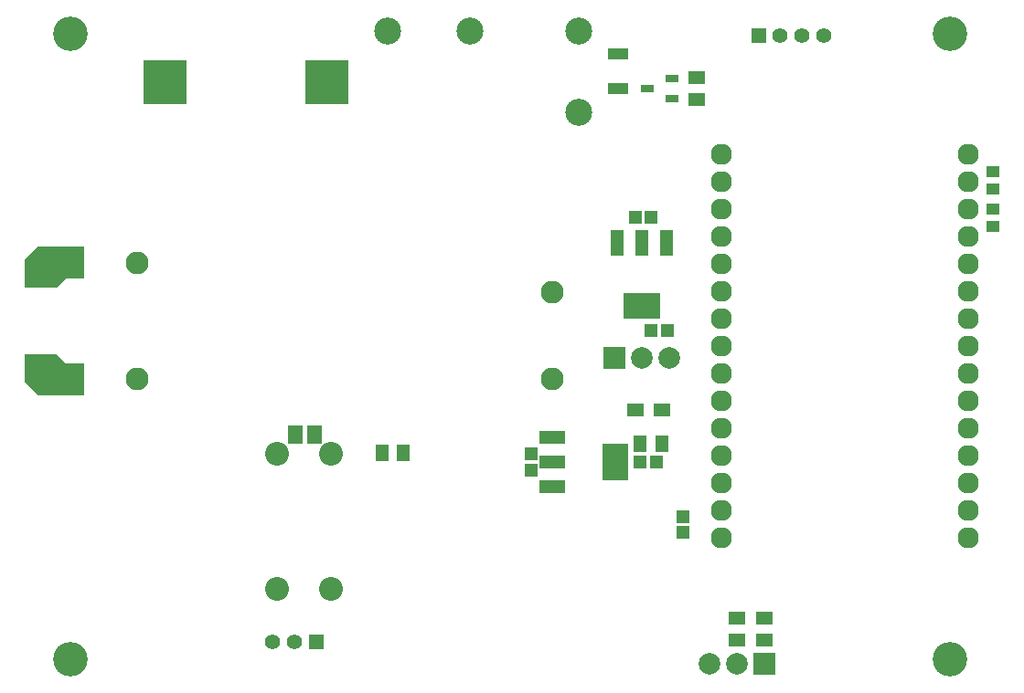
<source format=gts>
G04*
G04 #@! TF.GenerationSoftware,Altium Limited,Altium Designer,19.1.7 (138)*
G04*
G04 Layer_Color=8388736*
%FSLAX44Y44*%
%MOMM*%
G71*
G01*
G75*
%ADD31R,1.2032X2.3532*%
%ADD32R,3.4532X2.3532*%
%ADD33R,1.3532X1.6532*%
%ADD34R,1.1532X1.6032*%
%ADD35R,1.2032X1.2032*%
%ADD36R,1.6032X1.1532*%
%ADD37R,1.2032X1.1032*%
%ADD38R,1.2032X1.2032*%
%ADD39R,2.3532X3.4532*%
%ADD40R,2.3532X1.2032*%
%ADD41R,1.9032X1.1032*%
%ADD42R,1.2032X0.8032*%
%ADD43R,1.5032X1.3032*%
%ADD44R,1.4032X1.4032*%
%ADD45C,1.4032*%
%ADD46C,3.2032*%
%ADD47C,2.2032*%
%ADD48C,2.0032*%
%ADD49R,2.0032X2.0032*%
%ADD50C,1.9562*%
%ADD51C,2.5032*%
%ADD52C,2.1032*%
G36*
X58000Y309500D02*
X75000D01*
X75000Y292500D01*
X75000Y280000D01*
X32500Y280000D01*
X20000Y292500D01*
Y317500D01*
X50000D01*
X58000Y309500D01*
D02*
G37*
G36*
X75000Y417500D02*
X75000Y388000D01*
X58000Y388000D01*
X50000Y380000D01*
X20000D01*
Y405000D01*
X32500Y417500D01*
X75000Y417500D01*
D02*
G37*
G36*
X170000Y590000D02*
X170000Y550000D01*
X130000Y550000D01*
X130000Y590000D01*
X170000Y590000D01*
D02*
G37*
G36*
X320000D02*
X320000Y550000D01*
X280000Y550000D01*
X280000Y590000D01*
X320000Y590000D01*
D02*
G37*
G54D31*
X615000Y421250D02*
D03*
X592000Y421250D02*
D03*
X569000Y421250D02*
D03*
G54D32*
X592000Y362750D02*
D03*
G54D33*
X271000Y243000D02*
D03*
X289000D02*
D03*
G54D34*
X371000Y226000D02*
D03*
X351000D02*
D03*
X590000Y235000D02*
D03*
X610000D02*
D03*
G54D35*
X615500Y340000D02*
D03*
X600500D02*
D03*
X600500Y445000D02*
D03*
X585500D02*
D03*
X605500Y218000D02*
D03*
X590500D02*
D03*
G54D36*
X680000Y73000D02*
D03*
Y53000D02*
D03*
X705000Y73000D02*
D03*
Y53000D02*
D03*
X643000Y554000D02*
D03*
Y574000D02*
D03*
G54D37*
X917000Y471000D02*
D03*
Y487000D02*
D03*
Y436000D02*
D03*
Y452000D02*
D03*
G54D38*
X630000Y167500D02*
D03*
Y152500D02*
D03*
X489000Y225500D02*
D03*
Y210500D02*
D03*
G54D39*
X567250Y218000D02*
D03*
G54D40*
X508750Y195000D02*
D03*
X508750Y218000D02*
D03*
X508750Y241000D02*
D03*
G54D41*
X570000Y596000D02*
D03*
Y564000D02*
D03*
G54D42*
X619500Y554500D02*
D03*
Y573500D02*
D03*
X596570Y564000D02*
D03*
G54D43*
X610000Y266000D02*
D03*
X586000D02*
D03*
G54D44*
X290000Y51000D02*
D03*
X700000Y613000D02*
D03*
G54D45*
X270000Y51000D02*
D03*
X250000D02*
D03*
X740000Y613000D02*
D03*
X720000D02*
D03*
X760000D02*
D03*
G54D46*
X300000Y570000D02*
D03*
X150000D02*
D03*
X40000Y300000D02*
D03*
Y400000D02*
D03*
X877500Y615000D02*
D03*
Y35000D02*
D03*
X62500D02*
D03*
Y615000D02*
D03*
G54D47*
X304000Y100500D02*
D03*
Y225500D02*
D03*
X254000Y100500D02*
D03*
Y225500D02*
D03*
G54D48*
X592000Y314000D02*
D03*
X617400D02*
D03*
X680000Y31000D02*
D03*
X654600D02*
D03*
G54D49*
X566600Y314000D02*
D03*
X705400Y31000D02*
D03*
G54D50*
X894300Y325000D02*
D03*
Y350400D02*
D03*
Y375800D02*
D03*
Y401200D02*
D03*
Y426600D02*
D03*
Y452000D02*
D03*
Y477400D02*
D03*
Y502800D02*
D03*
Y299600D02*
D03*
Y274200D02*
D03*
Y248800D02*
D03*
Y223400D02*
D03*
Y198000D02*
D03*
Y172600D02*
D03*
Y147200D02*
D03*
X665700D02*
D03*
Y172600D02*
D03*
Y198000D02*
D03*
Y223400D02*
D03*
Y248800D02*
D03*
Y274200D02*
D03*
Y299600D02*
D03*
Y502800D02*
D03*
Y477400D02*
D03*
Y452000D02*
D03*
Y426600D02*
D03*
Y401200D02*
D03*
Y375800D02*
D03*
Y350400D02*
D03*
Y325000D02*
D03*
G54D51*
X356600Y617600D02*
D03*
X533000Y542000D02*
D03*
Y617600D02*
D03*
X432200D02*
D03*
G54D52*
X124000Y402500D02*
D03*
Y295000D02*
D03*
X509000D02*
D03*
Y375000D02*
D03*
M02*

</source>
